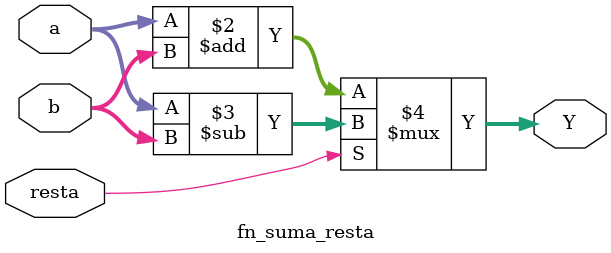
<source format=v>
module fn_suma_resta (
    input  [31 : 0] a,
    input  [31 : 0] b,
    input           resta,
    output [31 : 0] Y
);
    assign Y = (resta == 0) ? a+b : a-b;
endmodule

//resta ponerle a s


</source>
